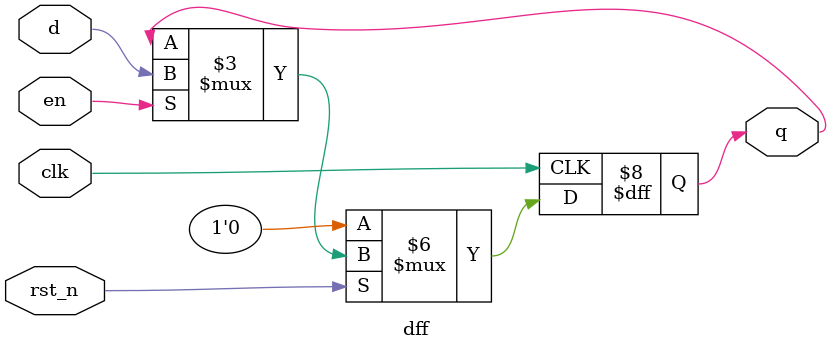
<source format=sv>
`ifndef dff
`define dff

module dff #(parameter WIDTH = 1)
(
    //
    // ---------------- DECLARATIONS OF PORT IN/OUT & DATA TYPES ----------------
    //
    input logic clk,
    input logic rst_n, // Active low reset
    input logic en,
    input logic [WIDTH-1:0] d,
    output logic [WIDTH-1:0] q
);

    //
    // ---------------- MODULE DESIGN IMPLEMENTATION ----------------
    //
    always_ff @(posedge clk) begin
        if (!rst_n) begin
            q <= '0; // Reset state
        end else if (en) begin
            q <= d; // Data capture when enabled
        end // No change when reset is high and enable is low.
    end

endmodule
`endif // dff
</source>
